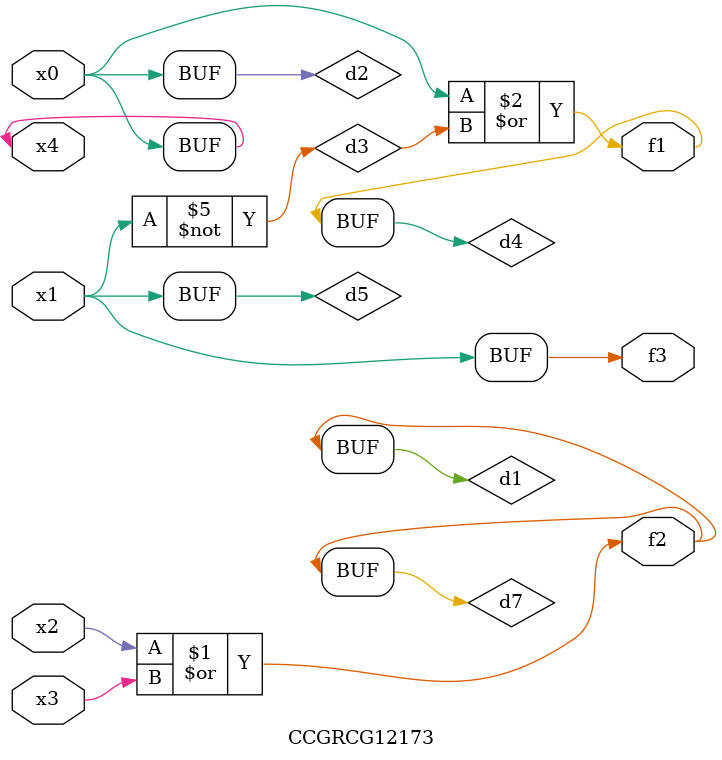
<source format=v>
module CCGRCG12173(
	input x0, x1, x2, x3, x4,
	output f1, f2, f3
);

	wire d1, d2, d3, d4, d5, d6, d7;

	or (d1, x2, x3);
	buf (d2, x0, x4);
	not (d3, x1);
	or (d4, d2, d3);
	not (d5, d3);
	nand (d6, d1, d3);
	or (d7, d1);
	assign f1 = d4;
	assign f2 = d7;
	assign f3 = d5;
endmodule

</source>
